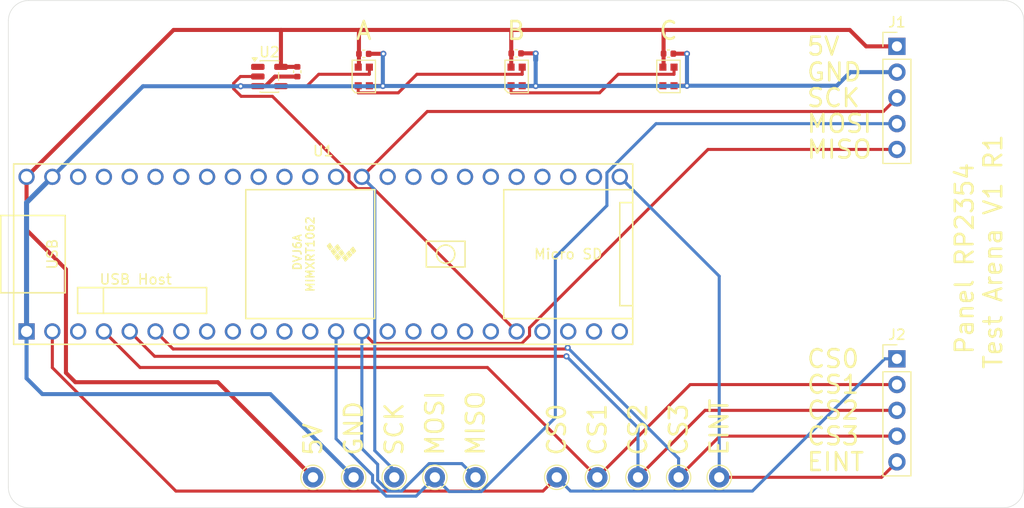
<source format=kicad_pcb>
(kicad_pcb (version 20241229) (generator "pcbnew") (generator_version "9.0")
  (layers (0 "F.Cu" signal) (2 "B.Cu" signal) (13 "F.Paste" user) (15 "B.Paste" user) (5 "F.SilkS" user "F.Silkscreen") (7 "B.SilkS" user "B.Silkscreen") (1 "F.Mask" user) (3 "B.Mask" user) (25 "Edge.Cuts" user))
  (property "BoardName" "RP2354 Test Arena")
  (property "Designer" "Reiser Lab")
  (property "Revision" "1")
  (property "Version" "1")
  (net 0 "")
  (net 1 "+5V")
  (net 2 "GND")
  (net 3 "Net-(D1-DOUT)")
  (net 4 "/DLED")
  (net 5 "Net-(D2-DOUT)")
  (net 7 "/MOSI")
  (net 8 "/MISO")
  (net 9 "/SCK")
  (net 10 "/CS0")
  (net 11 "/CS1")
  (net 12 "/CS3")
  (net 13 "/CS2")
  (net 14 "/EINT")
  (net 51 "Net-(D1-DIN)")
  (footprint "TestPoint:TestPoint_THTPad_D2.0mm_Drill1.0mm" (layer "F.Cu") (at 104 97 90)
    (property "Reference" "TP6" (hide yes))
    (property "Value" "TestPoint" (hide yes))
    (fp_circle (center 0 0) (end 0 1.2) (stroke (width 0.12)) (fill no) (layer "F.SilkS"))
    (pad "1" thru_hole circle (at 0 0 90) (size 2 2) (drill 1) (layers "*.Cu" "*.Mask") (net 10 "/CS0"))
  )
  (footprint "Capacitor_SMD:C_0402_1005Metric" (layer "F.Cu") (at 115 55.24)
    (property "Reference" "C3" (hide yes))
    (property "Value" "100nF" (hide yes))
    (fp_line (start -0.107836 -0.36) (end 0.107836 -0.36) (stroke (width 0.12)) (layer "F.SilkS"))
    (fp_line (start -0.107836 0.36) (end 0.107836 0.36) (stroke (width 0.12)) (layer "F.SilkS"))
    (pad "1" smd roundrect (at -0.48 0) (size 0.56 0.62) (layers "F.Cu" "F.Mask" "F.Paste") (net 1 "+5V"))
    (pad "2" smd roundrect (at 0.48 0) (size 0.56 0.62) (layers "F.Cu" "F.Mask" "F.Paste") (net 2 "GND"))
  )
  (footprint "TestPoint:TestPoint_THTPad_D2.0mm_Drill1.0mm" (layer "F.Cu") (at 116 97 90)
    (property "Reference" "TP9" (hide yes))
    (property "Value" "TestPoint" (hide yes))
    (fp_circle (center 0 0) (end 0 1.2) (stroke (width 0.12)) (fill no) (layer "F.SilkS"))
    (pad "1" thru_hole circle (at 0 0 90) (size 2 2) (drill 1) (layers "*.Cu" "*.Mask") (net 12 "/CS3"))
  )
  (footprint "TestPoint:TestPoint_THTPad_D2.0mm_Drill1.0mm" (layer "F.Cu") (at 84 97 90)
    (property "Reference" "TP2" (hide yes))
    (property "Value" "TestPoint" (hide yes))
    (fp_circle (center 0 0) (end 0 1.2) (stroke (width 0.12)) (fill no) (layer "F.SilkS"))
    (pad "1" thru_hole circle (at 0 0 90) (size 2 2) (drill 1) (layers "*.Cu" "*.Mask") (net 2 "GND"))
  )
  (footprint "Package_TO_SOT_SMD:SOT-23-5" (layer "F.Cu") (at 75.7025 57.49)
    (property "Reference" "U2" (at 0 -2.4 0) (layer "F.SilkS"))
    (property "Value" "SN74LV1T34DBV" (hide yes))
    (fp_line (start -0.91 -1.56) (end 0.91 -1.56) (stroke (width 0.12)) (layer "F.SilkS"))
    (fp_line (start -0.91 -1.51) (end -0.91 -1.56) (stroke (width 0.12)) (layer "F.SilkS"))
    (fp_line (start -0.91 1.56) (end -0.91 1.51) (stroke (width 0.12)) (layer "F.SilkS"))
    (fp_line (start 0.91 -1.56) (end 0.91 -1.51) (stroke (width 0.12)) (layer "F.SilkS"))
    (fp_line (start 0.91 -0.39) (end 0.91 0.39) (stroke (width 0.12)) (layer "F.SilkS"))
    (fp_line (start 0.91 1.51) (end 0.91 1.56) (stroke (width 0.12)) (layer "F.SilkS"))
    (fp_line (start 0.91 1.56) (end -0.91 1.56) (stroke (width 0.12)) (layer "F.SilkS"))
    (fp_poly (pts (xy -1.45 -1.51) (xy -1.69 -1.84) (xy -1.21 -1.84)) (stroke (width 0.12)) (fill yes) (layer "F.SilkS"))
    (pad "1" smd roundrect (at -1.1375 -0.95) (size 1.325 0.6) (layers "F.Cu" "F.Mask" "F.Paste"))
    (pad "2" smd roundrect (at -1.1375 0) (size 1.325 0.6) (layers "F.Cu" "F.Mask" "F.Paste") (net 4 "/DLED"))
    (pad "3" smd roundrect (at -1.1375 0.95) (size 1.325 0.6) (layers "F.Cu" "F.Mask" "F.Paste") (net 2 "GND"))
    (pad "4" smd roundrect (at 1.1375 0.95) (size 1.325 0.6) (layers "F.Cu" "F.Mask" "F.Paste") (net 51 "Net-(D1-DIN)"))
    (pad "5" smd roundrect (at 1.1375 -0.95) (size 1.325 0.6) (layers "F.Cu" "F.Mask" "F.Paste") (net 1 "+5V"))
  )
  (footprint "TestPoint:TestPoint_THTPad_D2.0mm_Drill1.0mm" (layer "F.Cu") (at 80 97 90)
    (property "Reference" "TP1" (hide yes))
    (property "Value" "TestPoint" (hide yes))
    (fp_circle (center 0 0) (end 0 1.2) (stroke (width 0.12)) (fill no) (layer "F.SilkS"))
    (pad "1" thru_hole circle (at 0 0 90) (size 2 2) (drill 1) (layers "*.Cu" "*.Mask") (net 1 "+5V"))
  )
  (footprint "TestPoint:TestPoint_THTPad_D2.0mm_Drill1.0mm" (layer "F.Cu") (at 120 97 90)
    (property "Reference" "TP10" (hide yes))
    (property "Value" "TestPoint" (hide yes))
    (fp_circle (center 0 0) (end 0 1.2) (stroke (width 0.12)) (fill no) (layer "F.SilkS"))
    (pad "1" thru_hole circle (at 0 0 90) (size 2 2) (drill 1) (layers "*.Cu" "*.Mask") (net 14 "/EINT"))
  )
  (footprint "Connector_PinHeader_2.54mm:PinHeader_1x05_P2.54mm_Vertical" (layer "F.Cu") (at 137.5 54.52)
    (property "Reference" "J1" (at 0 -2.38 0) (layer "F.SilkS"))
    (property "Value" "Conn_01x05_Socket" (hide yes))
    (fp_line (start -1.38 -1.38) (end 0 -1.38) (stroke (width 0.12)) (layer "F.SilkS"))
    (fp_line (start -1.38 0) (end -1.38 -1.38) (stroke (width 0.12)) (layer "F.SilkS"))
    (fp_line (start -1.38 1.27) (end -1.38 11.54) (stroke (width 0.12)) (layer "F.SilkS"))
    (fp_line (start -1.38 1.27) (end 1.38 1.27) (stroke (width 0.12)) (layer "F.SilkS"))
    (fp_line (start -1.38 11.54) (end 1.38 11.54) (stroke (width 0.12)) (layer "F.SilkS"))
    (fp_line (start 1.38 1.27) (end 1.38 11.54) (stroke (width 0.12)) (layer "F.SilkS"))
    (pad "1" thru_hole rect (at 0 0) (size 1.7 1.7) (drill 1) (layers "*.Cu" "*.Mask") (net 1 "+5V"))
    (pad "2" thru_hole circle (at 0 2.54) (size 1.7 1.7) (drill 1) (layers "*.Cu" "*.Mask") (net 2 "GND"))
    (pad "3" thru_hole circle (at 0 5.08) (size 1.7 1.7) (drill 1) (layers "*.Cu" "*.Mask") (net 9 "/SCK"))
    (pad "4" thru_hole circle (at 0 7.62) (size 1.7 1.7) (drill 1) (layers "*.Cu" "*.Mask") (net 7 "/MOSI"))
    (pad "5" thru_hole circle (at 0 10.16) (size 1.7 1.7) (drill 1) (layers "*.Cu" "*.Mask") (net 8 "/MISO"))
  )
  (footprint "Capacitor_SMD:C_0402_1005Metric" (layer "F.Cu") (at 78.45 57.02 -90)
    (property "Reference" "C4" (hide yes))
    (property "Value" "100nF" (hide yes))
    (fp_line (start -0.107836 0.36) (end 0.107836 0.36) (stroke (width 0.12)) (layer "F.SilkS"))
    (fp_line (start -0.107836 -0.36) (end 0.107836 -0.36) (stroke (width 0.12)) (layer "F.SilkS"))
    (pad "1" smd roundrect (at -0.48 0 270) (size 0.56 0.62) (layers "F.Cu" "F.Mask" "F.Paste") (net 1 "+5V"))
    (pad "2" smd roundrect (at 0.48 0 270) (size 0.56 0.62) (layers "F.Cu" "F.Mask" "F.Paste") (net 2 "GND"))
  )
  (footprint "TestPoint:TestPoint_THTPad_D2.0mm_Drill1.0mm" (layer "F.Cu") (at 92 97 90)
    (property "Reference" "TP4" (hide yes))
    (property "Value" "TestPoint" (hide yes))
    (fp_circle (center 0 0) (end 0 1.2) (stroke (width 0.12)) (fill no) (layer "F.SilkS"))
    (pad "1" thru_hole circle (at 0 0 90) (size 2 2) (drill 1) (layers "*.Cu" "*.Mask") (net 7 "/MOSI"))
  )
  (footprint "MountingHole:MountingHole_3.2mm_M3" (layer "F.Cu") (at 54 96)
    (property "Reference" "H2" (hide yes))
    (property "Value" "MountingHole" (hide yes))
    (pad "" np_thru_hole circle (at 0 0) (size 3.2 3.2) (drill 3.2) (layers "*.Cu" "*.Mask"))
  )
  (footprint "TestPoint:TestPoint_THTPad_D2.0mm_Drill1.0mm" (layer "F.Cu") (at 108 97 90)
    (property "Reference" "TP7" (hide yes))
    (property "Value" "TestPoint" (hide yes))
    (fp_circle (center 0 0) (end 0 1.2) (stroke (width 0.12)) (fill no) (layer "F.SilkS"))
    (pad "1" thru_hole circle (at 0 0 90) (size 2 2) (drill 1) (layers "*.Cu" "*.Mask") (net 11 "/CS1"))
  )
  (footprint "LED_SMD:LED_WS2812B-2020_PLCC4_2.0x2.0mm" (layer "F.Cu") (at 100.05 57.485 90)
    (property "Reference" "D2" (hide yes))
    (property "Value" "WS2812B-2020" (hide yes))
    (fp_line (start 1.6 -1.15) (end 1.6 1.15) (stroke (width 0.12)) (layer "F.SilkS"))
    (fp_line (start -1.3 -1.15) (end 1.6 -1.15) (stroke (width 0.12)) (layer "F.SilkS"))
    (fp_line (start -1.3 -1.15) (end -1.6 -0.85) (stroke (width 0.12)) (layer "F.SilkS"))
    (fp_line (start -1.6 1.15) (end -1.6 -0.85) (stroke (width 0.12)) (layer "F.SilkS"))
    (fp_line (start -1.6 1.15) (end 1.6 1.15) (stroke (width 0.12)) (layer "F.SilkS"))
    (pad "1" smd rect (at -0.915 -0.55 90) (size 0.7 0.7) (layers "F.Cu" "F.Mask" "F.Paste") (net 5 "Net-(D2-DOUT)"))
    (pad "2" smd rect (at -0.915 0.55 90) (size 0.7 0.7) (layers "F.Cu" "F.Mask" "F.Paste") (net 2 "GND"))
    (pad "3" smd rect (at 0.915 0.55 90) (size 0.7 0.7) (layers "F.Cu" "F.Mask" "F.Paste") (net 3 "Net-(D1-DOUT)"))
    (pad "4" smd rect (at 0.915 -0.55 90) (size 0.7 0.7) (layers "F.Cu" "F.Mask" "F.Paste") (net 1 "+5V"))
  )
  (footprint "Capacitor_SMD:C_0402_1005Metric" (layer "F.Cu") (at 100 55.21)
    (property "Reference" "C2" (hide yes))
    (property "Value" "100nF" (hide yes))
    (fp_line (start -0.107836 -0.36) (end 0.107836 -0.36) (stroke (width 0.12)) (layer "F.SilkS"))
    (fp_line (start -0.107836 0.36) (end 0.107836 0.36) (stroke (width 0.12)) (layer "F.SilkS"))
    (pad "1" smd roundrect (at -0.48 0) (size 0.56 0.62) (layers "F.Cu" "F.Mask" "F.Paste") (net 1 "+5V"))
    (pad "2" smd roundrect (at 0.48 0) (size 0.56 0.62) (layers "F.Cu" "F.Mask" "F.Paste") (net 2 "GND"))
  )
  (footprint "TestPoint:TestPoint_THTPad_D2.0mm_Drill1.0mm" (layer "F.Cu") (at 112 97 90)
    (property "Reference" "TP8" (hide yes))
    (property "Value" "TestPoint" (hide yes))
    (fp_circle (center 0 0) (end 0 1.2) (stroke (width 0.12)) (fill no) (layer "F.SilkS"))
    (pad "1" thru_hole circle (at 0 0 90) (size 2 2) (drill 1) (layers "*.Cu" "*.Mask") (net 13 "/CS2"))
  )
  (footprint "teensy:Teensy41_outer_only" (layer "F.Cu") (at 81 75)
    (property "Reference" "U1" (at 0 -10.16 0) (layer "F.SilkS"))
    (property "Value" "Teensy4.1")
    (fp_line (start -31.75 -3.81) (end -30.48 -3.81) (stroke (width 0.15)) (layer "F.SilkS"))
    (fp_line (start -31.75 3.81) (end -31.75 -3.81) (stroke (width 0.15)) (layer "F.SilkS"))
    (fp_line (start -30.48 -8.89) (end 30.48 -8.89) (stroke (width 0.15)) (layer "F.SilkS"))
    (fp_line (start -30.48 3.81) (end -31.75 3.81) (stroke (width 0.15)) (layer "F.SilkS"))
    (fp_line (start -30.48 8.89) (end -30.48 -8.89) (stroke (width 0.15)) (layer "F.SilkS"))
    (fp_line (start -25.4 -3.81) (end -30.48 -3.81) (stroke (width 0.15)) (layer "F.SilkS"))
    (fp_line (start -25.4 3.81) (end -30.48 3.81) (stroke (width 0.15)) (layer "F.SilkS"))
    (fp_line (start -25.4 3.81) (end -25.4 -3.81) (stroke (width 0.15)) (layer "F.SilkS"))
    (fp_line (start -24.1808 3.2992) (end -21.6408 3.2992) (stroke (width 0.15)) (layer "F.SilkS"))
    (fp_line (start -24.1808 3.2992) (end -11.4808 3.2992) (stroke (width 0.15)) (layer "F.SilkS"))
    (fp_line (start -24.1808 5.8392) (end -24.1808 3.2992) (stroke (width 0.15)) (layer "F.SilkS"))
    (fp_line (start -21.6408 3.2992) (end -21.6408 5.8392) (stroke (width 0.15)) (layer "F.SilkS"))
    (fp_line (start -11.4808 3.2992) (end -11.4808 5.8392) (stroke (width 0.15)) (layer "F.SilkS"))
    (fp_line (start -11.4808 5.8392) (end -24.1808 5.8392) (stroke (width 0.15)) (layer "F.SilkS"))
    (fp_line (start -7.62 -6.35) (end -7.62 6.35) (stroke (width 0.15)) (layer "F.SilkS"))
    (fp_line (start -7.62 6.35) (end 5.08 6.35) (stroke (width 0.15)) (layer "F.SilkS"))
    (fp_line (start 5.08 -6.35) (end -7.62 -6.35) (stroke (width 0.15)) (layer "F.SilkS"))
    (fp_line (start 5.08 6.35) (end 5.08 -6.35) (stroke (width 0.15)) (layer "F.SilkS"))
    (fp_line (start 10.16 -1.27) (end 13.97 -1.27) (stroke (width 0.15)) (layer "F.SilkS"))
    (fp_line (start 10.16 1.27) (end 10.16 -1.27) (stroke (width 0.15)) (layer "F.SilkS"))
    (fp_line (start 13.97 -1.27) (end 13.97 1.27) (stroke (width 0.15)) (layer "F.SilkS"))
    (fp_line (start 13.97 1.27) (end 10.16 1.27) (stroke (width 0.15)) (layer "F.SilkS"))
    (fp_line (start 17.78 -6.35) (end 17.78 6.35) (stroke (width 0.15)) (layer "F.SilkS"))
    (fp_line (start 17.78 6.35) (end 30.48 6.35) (stroke (width 0.15)) (layer "F.SilkS"))
    (fp_line (start 29.21 -5.08) (end 29.21 5.08) (stroke (width 0.15)) (layer "F.SilkS"))
    (fp_line (start 29.21 5.08) (end 30.48 5.08) (stroke (width 0.15)) (layer "F.SilkS"))
    (fp_line (start 30.48 -8.89) (end 30.48 8.89) (stroke (width 0.15)) (layer "F.SilkS"))
    (fp_line (start 30.48 -6.35) (end 17.78 -6.35) (stroke (width 0.15)) (layer "F.SilkS"))
    (fp_line (start 30.48 -5.08) (end 29.21 -5.08) (stroke (width 0.15)) (layer "F.SilkS"))
    (fp_line (start 30.48 8.89) (end -30.48 8.89) (stroke (width 0.15)) (layer "F.SilkS"))
    (fp_circle (center 12.065 0) (end 12.7 -0.635) (stroke (width 0.15)) (fill no) (layer "F.SilkS"))
    (fp_poly (pts (xy 0.911 -0.688) (xy 0.657 -0.434) (xy 0.403 -0.815) (xy 0.657 -1.069)) (stroke (width 0.1)) (fill yes) (layer "F.SilkS"))
    (fp_poly (pts (xy 1.292 -0.18) (xy 1.038 0.074) (xy 0.784 -0.307) (xy 1.038 -0.561)) (stroke (width 0.1)) (fill yes) (layer "F.SilkS"))
    (fp_poly (pts (xy 1.673 -0.561) (xy 1.419 -0.307) (xy 1.165 -0.688) (xy 1.419 -0.942)) (stroke (width 0.1)) (fill yes) (layer "F.SilkS"))
    (fp_poly (pts (xy 1.673 0.328) (xy 1.419 0.582) (xy 1.165 0.201) (xy 1.419 -0.053)) (stroke (width 0.1)) (fill yes) (layer "F.SilkS"))
    (fp_poly (pts (xy 2.054 -0.053) (xy 1.8 0.201) (xy 1.546 -0.18) (xy 1.8 -0.434)) (stroke (width 0.1)) (fill yes) (layer "F.SilkS"))
    (fp_poly (pts (xy 2.435 0.455) (xy 2.181 0.709) (xy 1.927 0.328) (xy 2.181 0.074)) (stroke (width 0.1)) (fill yes) (layer "F.SilkS"))
    (fp_poly (pts (xy 2.816 0.074) (xy 2.562 0.328) (xy 2.308 -0.053) (xy 2.562 -0.307)) (stroke (width 0.1)) (fill yes) (layer "F.SilkS"))
    (fp_poly (pts (xy 3.197 -0.307) (xy 2.943 -0.053) (xy 2.689 -0.434) (xy 2.943 -0.688)) (stroke (width 0.1)) (fill yes) (layer "F.SilkS"))
    (fp_text user "Micro SD" (at 24.13 0 0) (layer "F.SilkS"))
    (fp_text user "USB Host" (at -18.4658 2.4892 0) (layer "F.SilkS"))
    (fp_text user "MIMXRT1062" (at -1.27 0 270) (layer "F.SilkS") (effects (font (size 0.8 0.8))))
    (fp_text user "DVJ6A" (at -2.54 -0.18 270) (layer "F.SilkS") (effects (font (size 0.8 0.8))))
    (fp_text user "USB" (at -26.67 0 270) (layer "F.SilkS"))
    (pad "1" thru_hole rect (at -29.21 7.62) (size 1.6 1.6) (drill 1.1) (layers "*.Cu" "*.Mask") (net 2 "GND"))
    (pad "2" thru_hole circle (at -26.67 7.62) (size 1.6 1.6) (drill 1.1) (layers "*.Cu" "*.Mask") (net 10 "/CS0"))
    (pad "3" thru_hole circle (at -24.13 7.62) (size 1.6 1.6) (drill 1.1) (layers "*.Cu" "*.Mask"))
    (pad "4" thru_hole circle (at -21.59 7.62) (size 1.6 1.6) (drill 1.1) (layers "*.Cu" "*.Mask") (net 11 "/CS1"))
    (pad "5" thru_hole circle (at -19.05 7.62) (size 1.6 1.6) (drill 1.1) (layers "*.Cu" "*.Mask") (net 13 "/CS2"))
    (pad "6" thru_hole circle (at -16.51 7.62) (size 1.6 1.6) (drill 1.1) (layers "*.Cu" "*.Mask") (net 12 "/CS3"))
    (pad "7" thru_hole circle (at -13.97 7.62) (size 1.6 1.6) (drill 1.1) (layers "*.Cu" "*.Mask"))
    (pad "8" thru_hole circle (at -11.43 7.62) (size 1.6 1.6) (drill 1.1) (layers "*.Cu" "*.Mask"))
    (pad "9" thru_hole circle (at -8.89 7.62) (size 1.6 1.6) (drill 1.1) (layers "*.Cu" "*.Mask"))
    (pad "10" thru_hole circle (at -6.35 7.62) (size 1.6 1.6) (drill 1.1) (layers "*.Cu" "*.Mask"))
    (pad "11" thru_hole circle (at -3.81 7.62) (size 1.6 1.6) (drill 1.1) (layers "*.Cu" "*.Mask"))
    (pad "12" thru_hole circle (at -1.27 7.62) (size 1.6 1.6) (drill 1.1) (layers "*.Cu" "*.Mask"))
    (pad "13" thru_hole circle (at 1.27 7.62) (size 1.6 1.6) (drill 1.1) (layers "*.Cu" "*.Mask") (net 7 "/MOSI"))
    (pad "14" thru_hole circle (at 3.81 7.62) (size 1.6 1.6) (drill 1.1) (layers "*.Cu" "*.Mask") (net 8 "/MISO"))
    (pad "15" thru_hole circle (at 6.35 7.62) (size 1.6 1.6) (drill 1.1) (layers "*.Cu" "*.Mask"))
    (pad "16" thru_hole circle (at 8.89 7.62) (size 1.6 1.6) (drill 1.1) (layers "*.Cu" "*.Mask"))
    (pad "17" thru_hole circle (at 11.43 7.62) (size 1.6 1.6) (drill 1.1) (layers "*.Cu" "*.Mask"))
    (pad "18" thru_hole circle (at 13.97 7.62) (size 1.6 1.6) (drill 1.1) (layers "*.Cu" "*.Mask"))
    (pad "19" thru_hole circle (at 16.51 7.62) (size 1.6 1.6) (drill 1.1) (layers "*.Cu" "*.Mask"))
    (pad "20" thru_hole circle (at 19.05 7.62) (size 1.6 1.6) (drill 1.1) (layers "*.Cu" "*.Mask") (net 4 "/DLED"))
    (pad "21" thru_hole circle (at 21.59 7.62) (size 1.6 1.6) (drill 1.1) (layers "*.Cu" "*.Mask"))
    (pad "22" thru_hole circle (at 24.13 7.62) (size 1.6 1.6) (drill 1.1) (layers "*.Cu" "*.Mask"))
    (pad "23" thru_hole circle (at 26.67 7.62) (size 1.6 1.6) (drill 1.1) (layers "*.Cu" "*.Mask"))
    (pad "24" thru_hole circle (at 29.21 7.62) (size 1.6 1.6) (drill 1.1) (layers "*.Cu" "*.Mask"))
    (pad "25" thru_hole circle (at 29.21 -7.62) (size 1.6 1.6) (drill 1.1) (layers "*.Cu" "*.Mask") (net 14 "/EINT"))
    (pad "26" thru_hole circle (at 26.67 -7.62) (size 1.6 1.6) (drill 1.1) (layers "*.Cu" "*.Mask"))
    (pad "27" thru_hole circle (at 24.13 -7.62) (size 1.6 1.6) (drill 1.1) (layers "*.Cu" "*.Mask"))
    (pad "28" thru_hole circle (at 21.59 -7.62) (size 1.6 1.6) (drill 1.1) (layers "*.Cu" "*.Mask"))
    (pad "29" thru_hole circle (at 19.05 -7.62) (size 1.6 1.6) (drill 1.1) (layers "*.Cu" "*.Mask"))
    (pad "30" thru_hole circle (at 16.51 -7.62) (size 1.6 1.6) (drill 1.1) (layers "*.Cu" "*.Mask"))
    (pad "31" thru_hole circle (at 13.97 -7.62) (size 1.6 1.6) (drill 1.1) (layers "*.Cu" "*.Mask"))
    (pad "32" thru_hole circle (at 11.43 -7.62) (size 1.6 1.6) (drill 1.1) (layers "*.Cu" "*.Mask"))
    (pad "33" thru_hole circle (at 8.89 -7.62) (size 1.6 1.6) (drill 1.1) (layers "*.Cu" "*.Mask"))
    (pad "34" thru_hole circle (at 6.35 -7.62) (size 1.6 1.6) (drill 1.1) (layers "*.Cu" "*.Mask"))
    (pad "35" thru_hole circle (at 3.81 -7.62) (size 1.6 1.6) (drill 1.1) (layers "*.Cu" "*.Mask") (net 9 "/SCK"))
    (pad "36" thru_hole circle (at 1.27 -7.62) (size 1.6 1.6) (drill 1.1) (layers "*.Cu" "*.Mask"))
    (pad "37" thru_hole circle (at -1.27 -7.62) (size 1.6 1.6) (drill 1.1) (layers "*.Cu" "*.Mask"))
    (pad "38" thru_hole circle (at -3.81 -7.62) (size 1.6 1.6) (drill 1.1) (layers "*.Cu" "*.Mask"))
    (pad "39" thru_hole circle (at -6.35 -7.62) (size 1.6 1.6) (drill 1.1) (layers "*.Cu" "*.Mask"))
    (pad "40" thru_hole circle (at -8.89 -7.62) (size 1.6 1.6) (drill 1.1) (layers "*.Cu" "*.Mask"))
    (pad "41" thru_hole circle (at -11.43 -7.62) (size 1.6 1.6) (drill 1.1) (layers "*.Cu" "*.Mask"))
    (pad "42" thru_hole circle (at -13.97 -7.62) (size 1.6 1.6) (drill 1.1) (layers "*.Cu" "*.Mask"))
    (pad "43" thru_hole circle (at -16.51 -7.62) (size 1.6 1.6) (drill 1.1) (layers "*.Cu" "*.Mask"))
    (pad "44" thru_hole circle (at -19.05 -7.62) (size 1.6 1.6) (drill 1.1) (layers "*.Cu" "*.Mask"))
    (pad "45" thru_hole circle (at -21.59 -7.62) (size 1.6 1.6) (drill 1.1) (layers "*.Cu" "*.Mask"))
    (pad "46" thru_hole circle (at -24.13 -7.62) (size 1.6 1.6) (drill 1.1) (layers "*.Cu" "*.Mask"))
    (pad "47" thru_hole circle (at -26.67 -7.62) (size 1.6 1.6) (drill 1.1) (layers "*.Cu" "*.Mask") (net 2 "GND"))
    (pad "48" thru_hole circle (at -29.21 -7.62) (size 1.6 1.6) (drill 1.1) (layers "*.Cu" "*.Mask") (net 1 "+5V"))
  )
  (footprint "LED_SMD:LED_WS2812B-2020_PLCC4_2.0x2.0mm" (layer "F.Cu") (at 85 57.485 90)
    (property "Reference" "D1" (hide yes))
    (property "Value" "WS2812B-2020" (hide yes))
    (fp_line (start 1.6 -1.15) (end 1.6 1.15) (stroke (width 0.12)) (layer "F.SilkS"))
    (fp_line (start -1.3 -1.15) (end 1.6 -1.15) (stroke (width 0.12)) (layer "F.SilkS"))
    (fp_line (start -1.3 -1.15) (end -1.6 -0.85) (stroke (width 0.12)) (layer "F.SilkS"))
    (fp_line (start -1.6 1.15) (end -1.6 -0.85) (stroke (width 0.12)) (layer "F.SilkS"))
    (fp_line (start -1.6 1.15) (end 1.6 1.15) (stroke (width 0.12)) (layer "F.SilkS"))
    (pad "1" smd rect (at -0.915 -0.55 90) (size 0.7 0.7) (layers "F.Cu" "F.Mask" "F.Paste") (net 3 "Net-(D1-DOUT)"))
    (pad "2" smd rect (at -0.915 0.55 90) (size 0.7 0.7) (layers "F.Cu" "F.Mask" "F.Paste") (net 2 "GND"))
    (pad "3" smd rect (at 0.915 0.55 90) (size 0.7 0.7) (layers "F.Cu" "F.Mask" "F.Paste") (net 51 "Net-(D1-DIN)"))
    (pad "4" smd rect (at 0.915 -0.55 90) (size 0.7 0.7) (layers "F.Cu" "F.Mask" "F.Paste") (net 1 "+5V"))
  )
  (footprint "MountingHole:MountingHole_3.2mm_M3" (layer "F.Cu") (at 146 96)
    (property "Reference" "H3" (hide yes))
    (property "Value" "MountingHole" (hide yes))
    (pad "" np_thru_hole circle (at 0 0) (size 3.2 3.2) (drill 3.2) (layers "*.Cu" "*.Mask"))
  )
  (footprint "MountingHole:MountingHole_3.2mm_M3" (layer "F.Cu") (at 146 54)
    (property "Reference" "H4" (hide yes))
    (property "Value" "MountingHole" (hide yes))
    (pad "" np_thru_hole circle (at 0 0) (size 3.2 3.2) (drill 3.2) (layers "*.Cu" "*.Mask"))
  )
  (footprint "LED_SMD:LED_WS2812B-2020_PLCC4_2.0x2.0mm" (layer "F.Cu") (at 115 57.485 90)
    (property "Reference" "D3" (hide yes))
    (property "Value" "WS2812B-2020" (hide yes))
    (fp_line (start 1.6 -1.15) (end 1.6 1.15) (stroke (width 0.12)) (layer "F.SilkS"))
    (fp_line (start -1.3 -1.15) (end 1.6 -1.15) (stroke (width 0.12)) (layer "F.SilkS"))
    (fp_line (start -1.3 -1.15) (end -1.6 -0.85) (stroke (width 0.12)) (layer "F.SilkS"))
    (fp_line (start -1.6 1.15) (end -1.6 -0.85) (stroke (width 0.12)) (layer "F.SilkS"))
    (fp_line (start -1.6 1.15) (end 1.6 1.15) (stroke (width 0.12)) (layer "F.SilkS"))
    (pad "1" smd rect (at -0.915 -0.55 90) (size 0.7 0.7) (layers "F.Cu" "F.Mask" "F.Paste"))
    (pad "2" smd rect (at -0.915 0.55 90) (size 0.7 0.7) (layers "F.Cu" "F.Mask" "F.Paste") (net 2 "GND"))
    (pad "3" smd rect (at 0.915 0.55 90) (size 0.7 0.7) (layers "F.Cu" "F.Mask" "F.Paste") (net 5 "Net-(D2-DOUT)"))
    (pad "4" smd rect (at 0.915 -0.55 90) (size 0.7 0.7) (layers "F.Cu" "F.Mask" "F.Paste") (net 1 "+5V"))
  )
  (footprint "MountingHole:MountingHole_3.2mm_M3" (layer "F.Cu") (at 54 54)
    (property "Reference" "H1" (hide yes))
    (property "Value" "MountingHole" (hide yes))
    (pad "" np_thru_hole circle (at 0 0) (size 3.2 3.2) (drill 3.2) (layers "*.Cu" "*.Mask"))
  )
  (footprint "Capacitor_SMD:C_0402_1005Metric" (layer "F.Cu") (at 85 55.26)
    (property "Reference" "C1" (hide yes))
    (property "Value" "100nF" (hide yes))
    (fp_line (start -0.107836 -0.36) (end 0.107836 -0.36) (stroke (width 0.12)) (layer "F.SilkS"))
    (fp_line (start -0.107836 0.36) (end 0.107836 0.36) (stroke (width 0.12)) (layer "F.SilkS"))
    (pad "1" smd roundrect (at -0.48 0) (size 0.56 0.62) (layers "F.Cu" "F.Mask" "F.Paste") (net 1 "+5V"))
    (pad "2" smd roundrect (at 0.48 0) (size 0.56 0.62) (layers "F.Cu" "F.Mask" "F.Paste") (net 2 "GND"))
  )
  (footprint "TestPoint:TestPoint_THTPad_D2.0mm_Drill1.0mm" (layer "F.Cu") (at 96 97 90)
    (property "Reference" "TP5" (hide yes))
    (property "Value" "TestPoint" (hide yes))
    (fp_circle (center 0 0) (end 0 1.2) (stroke (width 0.12)) (fill no) (layer "F.SilkS"))
    (pad "1" thru_hole circle (at 0 0 90) (size 2 2) (drill 1) (layers "*.Cu" "*.Mask") (net 8 "/MISO"))
  )
  (footprint "Connector_PinHeader_2.54mm:PinHeader_1x05_P2.54mm_Vertical" (layer "F.Cu") (at 137.5 85.32)
    (property "Reference" "J2" (at 0 -2.38 0) (layer "F.SilkS"))
    (property "Value" "Conn_01x05_Socket" (hide yes))
    (fp_line (start -1.38 -1.38) (end 0 -1.38) (stroke (width 0.12)) (layer "F.SilkS"))
    (fp_line (start -1.38 0) (end -1.38 -1.38) (stroke (width 0.12)) (layer "F.SilkS"))
    (fp_line (start -1.38 1.27) (end -1.38 11.54) (stroke (width 0.12)) (layer "F.SilkS"))
    (fp_line (start -1.38 1.27) (end 1.38 1.27) (stroke (width 0.12)) (layer "F.SilkS"))
    (fp_line (start -1.38 11.54) (end 1.38 11.54) (stroke (width 0.12)) (layer "F.SilkS"))
    (fp_line (start 1.38 1.27) (end 1.38 11.54) (stroke (width 0.12)) (layer "F.SilkS"))
    (pad "1" thru_hole rect (at 0 0) (size 1.7 1.7) (drill 1) (layers "*.Cu" "*.Mask") (net 10 "/CS0"))
    (pad "2" thru_hole circle (at 0 2.54) (size 1.7 1.7) (drill 1) (layers "*.Cu" "*.Mask") (net 11 "/CS1"))
    (pad "3" thru_hole circle (at 0 5.08) (size 1.7 1.7) (drill 1) (layers "*.Cu" "*.Mask") (net 13 "/CS2"))
    (pad "4" thru_hole circle (at 0 7.62) (size 1.7 1.7) (drill 1) (layers "*.Cu" "*.Mask") (net 12 "/CS3"))
    (pad "5" thru_hole circle (at 0 10.16) (size 1.7 1.7) (drill 1) (layers "*.Cu" "*.Mask") (net 14 "/EINT"))
  )
  (footprint "TestPoint:TestPoint_THTPad_D2.0mm_Drill1.0mm" (layer "F.Cu") (at 88 97 90)
    (property "Reference" "TP3" (hide yes))
    (property "Value" "TestPoint" (hide yes))
    (fp_circle (center 0 0) (end 0 1.2) (stroke (width 0.12)) (fill no) (layer "F.SilkS"))
    (pad "1" thru_hole circle (at 0 0 90) (size 2 2) (drill 1) (layers "*.Cu" "*.Mask") (net 9 "/SCK"))
  )
  (gr_line (start 52 50) (end 148 50) (stroke (width 0.05)) (layer "Edge.Cuts"))
  (gr_arc (start 150 98) (mid 149.414214 99.414214) (end 148 100) (stroke (width 0.05)) (layer "Edge.Cuts"))
  (gr_line (start 50 98) (end 50 52) (stroke (width 0.05)) (layer "Edge.Cuts"))
  (gr_arc (start 50 52) (mid 50.585786 50.585786) (end 52 50) (stroke (width 0.05)) (layer "Edge.Cuts"))
  (gr_arc (start 52 100) (mid 50.585786 99.414214) (end 50 98) (stroke (width 0.05)) (layer "Edge.Cuts"))
  (gr_line (start 148 100) (end 52 100) (stroke (width 0.05)) (layer "Edge.Cuts"))
  (gr_line (start 150 52) (end 150 98) (stroke (width 0.05)) (layer "Edge.Cuts"))
  (gr_arc (start 148 50) (mid 149.414214 50.585786) (end 150 52) (stroke (width 0.05)) (layer "Edge.Cuts"))
  (gr_text "GND" (at 128.5 57.06 0) (layer "F.SilkS") (effects (font (size 1.75 1.75) (thickness 0.25)) (justify left)))
  (gr_text "Panel RP2354 \nTest Arena V${Version} R${Revision}" (at 145.56 74.76 90) (layer "F.SilkS") (effects (font (size 1.75 1.75) (thickness 0.25))))
  (gr_text "CS2" (at 112 95 90) (layer "F.SilkS") (effects (font (size 1.75 1.75) (thickness 0.25)) (justify left)))
  (gr_text "5V" (at 128.5 54.52 0) (layer "F.SilkS") (effects (font (size 1.75 1.75) (thickness 0.25)) (justify left)))
  (gr_text "A" (at 85 54 0) (layer "F.SilkS") (effects (font (size 1.75 1.75) (thickness 0.25)) (justify bottom)))
  (gr_text "CS1" (at 108 95 90) (layer "F.SilkS") (effects (font (size 1.75 1.75) (thickness 0.25)) (justify left)))
  (gr_text "EINT" (at 128.5 95.48 0) (layer "F.SilkS") (effects (font (size 1.75 1.75) (thickness 0.25)) (justify left)))
  (gr_text "EINT" (at 120 95 90) (layer "F.SilkS") (effects (font (size 1.75 1.75) (thickness 0.25)) (justify left)))
  (gr_text "CS0" (at 128.5 85.32 0) (layer "F.SilkS") (effects (font (size 1.75 1.75) (thickness 0.25)) (justify left)))
  (gr_text "GND" (at 84 95 90) (layer "F.SilkS") (effects (font (size 1.75 1.75) (thickness 0.25)) (justify left)))
  (gr_text "5V" (at 80 95 90) (layer "F.SilkS") (effects (font (size 1.75 1.75) (thickness 0.25)) (justify left)))
  (gr_text "C" (at 115 54 0) (layer "F.SilkS") (effects (font (size 1.75 1.75) (thickness 0.25)) (justify bottom)))
  (gr_text "CS0" (at 104 95 90) (layer "F.SilkS") (effects (font (size 1.75 1.75) (thickness 0.25)) (justify left)))
  (gr_text "MOSI" (at 128.5 62.14 0) (layer "F.SilkS") (effects (font (size 1.75 1.75) (thickness 0.25)) (justify left)))
  (gr_text "CS3" (at 116 95 90) (layer "F.SilkS") (effects (font (size 1.75 1.75) (thickness 0.25)) (justify left)))
  (gr_text "CS3" (at 128.5 92.94 0) (layer "F.SilkS") (effects (font (size 1.75 1.75) (thickness 0.25)) (justify left)))
  (gr_text "MISO" (at 96 95 90) (layer "F.SilkS") (effects (font (size 1.75 1.75) (thickness 0.25)) (justify left)))
  (gr_text "MISO" (at 128.5 64.68 0) (layer "F.SilkS") (effects (font (size 1.75 1.75) (thickness 0.25)) (justify left)))
  (gr_text "CS1" (at 128.5 87.86 0) (layer "F.SilkS") (effects (font (size 1.75 1.75) (thickness 0.25)) (justify left)))
  (gr_text "SCK" (at 88 95 90) (layer "F.SilkS") (effects (font (size 1.75 1.75) (thickness 0.25)) (justify left)))
  (gr_text "MOSI" (at 92 95 90) (layer "F.SilkS") (effects (font (size 1.75 1.75) (thickness 0.25)) (justify left)))
  (gr_text "CS2" (at 128.5 90.4 0) (layer "F.SilkS") (effects (font (size 1.75 1.75) (thickness 0.25)) (justify left)))
  (gr_text "SCK" (at 128.5 59.6 0) (layer "F.SilkS") (effects (font (size 1.75 1.75) (thickness 0.25)) (justify left)))
  (gr_text "B" (at 100 54 0) (layer "F.SilkS") (effects (font (size 1.75 1.75) (thickness 0.25)) (justify bottom)))
  (segment (start 66.27 52.9) (end 76.85 52.9) (width 0.4) (layer "F.Cu") (net 1))
  (segment (start 55.669 86.694) (end 55.669 76.494) (width 0.4) (layer "F.Cu") (net 1))
  (segment (start 84.52 55.26) (end 84.52 52.905) (width 0.4) (layer "F.Cu") (net 1))
  (segment (start 114.52 56.5) (end 114.45 56.57) (width 0.4) (layer "F.Cu") (net 1))
  (segment (start 84.52 52.905) (end 84.525 52.9) (width 0.4) (layer "F.Cu") (net 1))
  (segment (start 132.85 52.9) (end 134.47 54.52) (width 0.4) (layer "F.Cu") (net 1))
  (segment (start 99.52 56.55) (end 99.5 56.57) (width 0.4) (layer "F.Cu") (net 1))
  (segment (start 99.52 55.21) (end 99.52 52.92) (width 0.4) (layer "F.Cu") (net 1))
  (segment (start 99.5 52.9) (end 114.5 52.9) (width 0.4) (layer "F.Cu") (net 1))
  (segment (start 134.47 54.52) (end 137.5 54.52) (width 0.4) (layer "F.Cu") (net 1))
  (segment (start 84.525 52.9) (end 99.5 52.9) (width 0.4) (layer "F.Cu") (net 1))
  (segment (start 84.52 56.5) (end 84.45 56.57) (width 0.4) (layer "F.Cu") (net 1))
  (segment (start 76.85 52.9) (end 76.84 52.91) (width 0.4) (layer "F.Cu") (net 1))
  (segment (start 55.669 76.494) (end 51.79 72.615) (width 0.4) (layer "F.Cu") (net 1))
  (segment (start 114.52 55.24) (end 114.52 56.5) (width 0.4) (layer "F.Cu") (net 1))
  (segment (start 51.79 72.615) (end 51.79 67.38) (width 0.4) (layer "F.Cu") (net 1))
  (segment (start 56.6 87.625) (end 55.669 86.694) (width 0.4) (layer "F.Cu") (net 1))
  (segment (start 99.52 55.21) (end 99.52 56.55) (width 0.4) (layer "F.Cu") (net 1))
  (segment (start 70.625 87.625) (end 56.6 87.625) (width 0.4) (layer "F.Cu") (net 1))
  (segment (start 99.52 52.92) (end 99.5 52.9) (width 0.4) (layer "F.Cu") (net 1))
  (segment (start 51.79 67.38) (end 66.27 52.9) (width 0.4) (layer "F.Cu") (net 1))
  (segment (start 114.5 52.9) (end 132.85 52.9) (width 0.4) (layer "F.Cu") (net 1))
  (segment (start 84.52 55.26) (end 84.52 56.5) (width 0.4) (layer "F.Cu") (net 1))
  (segment (start 76.85 52.9) (end 84.525 52.9) (width 0.4) (layer "F.Cu") (net 1))
  (segment (start 76.84 52.91) (end 76.84 56.54) (width 0.4) (layer "F.Cu") (net 1))
  (segment (start 80 97) (end 70.625 87.625) (width 0.4) (layer "F.Cu") (net 1))
  (segment (start 76.84 56.54) (end 78.45 56.54) (width 0.4) (layer "F.Cu") (net 1))
  (segment (start 114.52 52.92) (end 114.5 52.9) (width 0.4) (layer "F.Cu") (net 1))
  (segment (start 114.52 55.24) (end 114.52 52.92) (width 0.4) (layer "F.Cu") (net 1))
  (segment (start 101.91 55.21) (end 101.925 55.225) (width 0.4) (layer "F.Cu") (net 2))
  (segment (start 86.925 55.25) (end 85.49 55.25) (width 0.4) (layer "F.Cu") (net 2))
  (segment (start 76.25 57.5) (end 78.45 57.5) (width 0.4) (layer "F.Cu") (net 2))
  (segment (start 74.555 58.45) (end 74.565 58.44) (width 0.4) (layer "F.Cu") (net 2))
  (segment (start 74.565 58.44) (end 75.31 58.44) (width 0.4) (layer "F.Cu") (net 2))
  (segment (start 72.875 58.45) (end 74.555 58.45) (width 0.4) (layer "F.Cu") (net 2))
  (segment (start 86.875 58.425) (end 85.575 58.425) (width 0.4) (layer "F.Cu") (net 2))
  (segment (start 85.49 55.25) (end 85.48 55.26) (width 0.4) (layer "F.Cu") (net 2))
  (segment (start 116.825 58.4) (end 115.55 58.4) (width 0.4) (layer "F.Cu") (net 2))
  (segment (start 75.31 58.44) (end 76.25 57.5) (width 0.4) (layer "F.Cu") (net 2))
  (segment (start 85.575 58.425) (end 85.55 58.4) (width 0.4) (layer "F.Cu") (net 2))
  (segment (start 115.48 55.24) (end 116.815 55.24) (width 0.4) (layer "F.Cu") (net 2))
  (segment (start 116.815 55.24) (end 116.825 55.25) (width 0.4) (layer "F.Cu") (net 2))
  (segment (start 101.925 58.425) (end 100.625 58.425) (width 0.4) (layer "F.Cu") (net 2))
  (segment (start 100.625 58.425) (end 100.6 58.4) (width 0.4) (layer "F.Cu") (net 2))
  (segment (start 100.48 55.21) (end 101.91 55.21) (width 0.4) (layer "F.Cu") (net 2))
  (via (at 86.925 55.25) (size 0.6) (drill 0.3) (layers "F.Cu" "B.Cu") (net 2))
  (via (at 116.825 55.25) (size 0.6) (drill 0.3) (layers "F.Cu" "B.Cu") (net 2))
  (via (at 72.875 58.45) (size 0.6) (drill 0.3) (layers "F.Cu" "B.Cu") (net 2))
  (via (at 116.825 58.4) (size 0.6) (drill 0.3) (layers "F.Cu" "B.Cu") (net 2))
  (via (at 101.925 55.225) (size 0.6) (drill 0.3) (layers "F.Cu" "B.Cu") (net 2))
  (via (at 101.925 58.425) (size 0.6) (drill 0.3) (layers "F.Cu" "B.Cu") (net 2))
  (via (at 86.875 58.425) (size 0.6) (drill 0.3) (layers "F.Cu" "B.Cu") (net 2))
  (segment (start 72.875 58.45) (end 86.85 58.45) (width 0.4) (layer "B.Cu") (net 2))
  (segment (start 86.875 58.425) (end 86.875 55.3) (width 0.4) (layer "B.Cu") (net 2))
  (segment (start 86.875 58.425) (end 101.925 58.425) (width 0.4) (layer "B.Cu") (net 2))
  (segment (start 51.79 69.92) (end 51.79 82.62) (width 0.5) (layer "B.Cu") (net 2))
  (segment (start 116.825 58.4) (end 116.825 55.25) (width 0.4) (layer "B.Cu") (net 2))
  (segment (start 86.875 55.3) (end 86.925 55.25) (width 0.4) (layer "B.Cu") (net 2))
  (segment (start 54.33 67.38) (end 63.26 58.45) (width 0.4) (layer "B.Cu") (net 2))
  (segment (start 51.79 87.24) (end 51.79 82.62) (width 0.4) (layer "B.Cu") (net 2))
  (segment (start 84 97) (end 75.8 88.8) (width 0.4) (layer "B.Cu") (net 2))
  (segment (start 101.925 58.425) (end 101.925 55.875) (width 0.4) (layer "B.Cu") (net 2))
  (segment (start 131.575 58.4) (end 132.915 57.06) (width 0.4) (layer "B.Cu") (net 2))
  (segment (start 116.825 58.4) (end 131.575 58.4) (width 0.4) (layer "B.Cu") (net 2))
  (segment (start 63.26 58.45) (end 72.875 58.45) (width 0.4) (layer "B.Cu") (net 2))
  (segment (start 86.85 58.45) (end 86.875 58.425) (width 0.4) (layer "B.Cu") (net 2))
  (segment (start 75.8 88.8) (end 53.35 88.8) (width 0.4) (layer "B.Cu") (net 2))
  (segment (start 53.35 88.8) (end 51.79 87.24) (width 0.4) (layer "B.Cu") (net 2))
  (segment (start 101.925 55.875) (end 101.925 55.225) (width 0.5) (layer "B.Cu") (net 2))
  (segment (start 132.915 57.06) (end 137.5 57.06) (width 0.4) (layer "B.Cu") (net 2))
  (segment (start 54.33 67.38) (end 51.79 69.92) (width 0.5) (layer "B.Cu") (net 2))
  (segment (start 101.925 58.425) (end 116.8 58.425) (width 0.4) (layer "B.Cu") (net 2))
  (segment (start 116.8 58.425) (end 116.825 58.4) (width 0.4) (layer "B.Cu") (net 2))
  (segment (start 88.3957 59.1017) (end 90.2257 57.2717) (width 0.3) (layer "F.Cu") (net 3))
  (segment (start 100.6 56.57) (end 100.6 57.2717) (width 0.3) (layer "F.Cu") (net 3))
  (segment (start 90.2257 57.2717) (end 100.6 57.2717) (width 0.3) (layer "F.Cu") (net 3))
  (segment (start 84.45 59.1017) (end 88.3957 59.1017) (width 0.3) (layer "F.Cu") (net 3))
  (segment (start 84.45 58.4) (end 84.45 59.1017) (width 0.3) (layer "F.Cu") (net 3))
  (segment (start 84.3486 68.5492) (end 83.54 67.7406) (width 0.3) (layer "F.Cu") (net 4))
  (segment (start 85.9792 68.5492) (end 84.3486 68.5492) (width 0.3) (layer "F.Cu") (net 4))
  (segment (start 100.05 82.62) (end 85.9792 68.5492) (width 0.3) (layer "F.Cu") (net 4))
  (segment (start 75.9986 59.4438) (end 72.9223 59.4438) (width 0.3) (layer "F.Cu") (net 4))
  (segment (start 72.1882 58.1529) (end 72.8511 57.49) (width 0.3) (layer "F.Cu") (net 4))
  (segment (start 72.8511 57.49) (end 74.565 57.49) (width 0.3) (layer "F.Cu") (net 4))
  (segment (start 72.9223 59.4438) (end 72.1882 58.7097) (width 0.3) (layer "F.Cu") (net 4))
  (segment (start 83.54 66.9852) (end 75.9986 59.4438) (width 0.3) (layer "F.Cu") (net 4))
  (segment (start 72.1882 58.7097) (end 72.1882 58.1529) (width 0.3) (layer "F.Cu") (net 4))
  (segment (start 83.54 67.7406) (end 83.54 66.9852) (width 0.3) (layer "F.Cu") (net 4))
  (segment (start 108.2159 59.1017) (end 99.5 59.1017) (width 0.3) (layer "F.Cu") (net 5))
  (segment (start 115.55 57.2717) (end 110.0459 57.2717) (width 0.3) (layer "F.Cu") (net 5))
  (segment (start 115.55 56.57) (end 115.55 57.2717) (width 0.3) (layer "F.Cu") (net 5))
  (segment (start 99.5 58.4) (end 99.5 59.1017) (width 0.3) (layer "F.Cu") (net 5))
  (segment (start 110.0459 57.2717) (end 108.2159 59.1017) (width 0.3) (layer "F.Cu") (net 5))
  (segment (start 92 97) (end 93.4037 98.4037) (width 0.3) (layer "B.Cu") (net 7))
  (segment (start 113.7771 62.14) (end 137.5 62.14) (width 0.3) (layer "B.Cu") (net 7))
  (segment (start 82.27 93.2002) (end 85.8633 96.7935) (width 0.3) (layer "B.Cu") (net 7))
  (segment (start 85.8633 97.5029) (end 87.2152 98.8548) (width 0.3) (layer "B.Cu") (net 7))
  (segment (start 108.94 66.9771) (end 113.7771 62.14) (width 0.3) (layer "B.Cu") (net 7))
  (segment (start 90.1452 98.8548) (end 92 97) (width 0.3) (layer "B.Cu") (net 7))
  (segment (start 82.27 82.62) (end 82.27 93.2002) (width 0.3) (layer "B.Cu") (net 7))
  (segment (start 103.86 75.2955) (end 108.94 70.2155) (width 0.3) (layer "B.Cu") (net 7))
  (segment (start 96.5695 98.4037) (end 103.86 91.1132) (width 0.3) (layer "B.Cu") (net 7))
  (segment (start 87.2152 98.8548) (end 90.1452 98.8548) (width 0.3) (layer "B.Cu") (net 7))
  (segment (start 85.8633 96.7935) (end 85.8633 97.5029) (width 0.3) (layer "B.Cu") (net 7))
  (segment (start 93.4037 98.4037) (end 96.5695 98.4037) (width 0.3) (layer "B.Cu") (net 7))
  (segment (start 108.94 70.2155) (end 108.94 66.9771) (width 0.3) (layer "B.Cu") (net 7))
  (segment (start 103.86 91.1132) (end 103.86 75.2955) (width 0.3) (layer "B.Cu") (net 7))
  (segment (start 84.81 82.62) (end 85.9989 83.8089) (width 0.3) (layer "F.Cu") (net 8))
  (segment (start 101.32 83.0338) (end 101.32 82.2518) (width 0.3) (layer "F.Cu") (net 8))
  (segment (start 100.5449 83.8089) (end 101.32 83.0338) (width 0.3) (layer "F.Cu") (net 8))
  (segment (start 85.9989 83.8089) (end 100.5449 83.8089) (width 0.3) (layer "F.Cu") (net 8))
  (segment (start 118.8918 64.68) (end 137.5 64.68) (width 0.3) (layer "F.Cu") (net 8))
  (segment (start 101.32 82.2518) (end 118.8918 64.68) (width 0.3) (layer "F.Cu") (net 8))
  (segment (start 96 97) (end 94.6483 95.6483) (width 0.3) (layer "B.Cu") (net 8))
  (segment (start 88.7278 98.3531) (end 87.4229 98.3531) (width 0.3) (layer "B.Cu") (net 8))
  (segment (start 86.365 97.2952) (end 86.365 95.7186) (width 0.3) (layer "B.Cu") (net 8))
  (segment (start 87.4229 98.3531) (end 86.365 97.2952) (width 0.3) (layer "B.Cu") (net 8))
  (segment (start 86.365 95.7186) (end 84.81 94.1636) (width 0.3) (layer "B.Cu") (net 8))
  (segment (start 91.4326 95.6483) (end 88.7278 98.3531) (width 0.3) (layer "B.Cu") (net 8))
  (segment (start 94.6483 95.6483) (end 91.4326 95.6483) (width 0.3) (layer "B.Cu") (net 8))
  (segment (start 84.81 94.1636) (end 84.81 82.62) (width 0.3) (layer "B.Cu") (net 8))
  (segment (start 91.2502 60.9398) (end 136.1602 60.9398) (width 0.3) (layer "F.Cu") (net 9))
  (segment (start 136.1602 60.9398) (end 137.5 59.6) (width 0.3) (layer "F.Cu") (net 9))
  (segment (start 84.81 67.38) (end 91.2502 60.9398) (width 0.3) (layer "F.Cu") (net 9))
  (segment (start 86.08 68.65) (end 84.81 67.38) (width 0.3) (layer "B.Cu") (net 9))
  (segment (start 88 97) (end 88 96.2907) (width 0.3) (layer "B.Cu") (net 9))
  (segment (start 86.08 94.3707) (end 86.08 68.65) (width 0.3) (layer "B.Cu") (net 9))
  (segment (start 88 96.2907) (end 86.08 94.3707) (width 0.3) (layer "B.Cu") (net 9))
  (segment (start 102.6426 98.3574) (end 66.497 98.3574) (width 0.3) (layer "F.Cu") (net 10))
  (segment (start 104 97) (end 102.6426 98.3574) (width 0.3) (layer "F.Cu") (net 10))
  (segment (start 54.33 86.1904) (end 54.33 82.62) (width 0.3) (layer "F.Cu") (net 10))
  (segment (start 66.497 98.3574) (end 54.33 86.1904) (width 0.3) (layer "F.Cu") (net 10))
  (segment (start 104 97) (end 105.3547 98.3547) (width 0.3) (layer "B.Cu") (net 10))
  (segment (start 105.3547 98.3547) (end 123.2636 98.3547) (width 0.3) (layer "B.Cu") (net 10))
  (segment (start 123.2636 98.3547) (end 136.2983 85.32) (width 0.3) (layer "B.Cu") (net 10))
  (segment (start 137.5 85.32) (end 136.2983 85.32) (width 0.3) (layer "B.Cu") (net 10))
  (segment (start 108 97) (end 97.1746 86.1746) (width 0.3) (layer "F.Cu") (net 11))
  (segment (start 62.9646 86.1746) (end 59.41 82.62) (width 0.3) (layer "F.Cu") (net 11))
  (segment (start 117.14 87.86) (end 108 97) (width 0.3) (layer "F.Cu") (net 11))
  (segment (start 137.5 87.86) (end 117.14 87.86) (width 0.3) (layer "F.Cu") (net 11))
  (segment (start 97.1746 86.1746) (end 62.9646 86.1746) (width 0.3) (layer "F.Cu") (net 11))
  (segment (start 66.2194 84.3494) (end 104.9509 84.3494) (width 0.3) (layer "F.Cu") (net 12))
  (segment (start 116 97) (end 120.06 92.94) (width 0.3) (layer "F.Cu") (net 12))
  (segment (start 64.49 82.62) (end 66.2194 84.3494) (width 0.3) (layer "F.Cu") (net 12))
  (segment (start 120.06 92.94) (end 137.5 92.94) (width 0.3) (layer "F.Cu") (net 12))
  (segment (start 104.9509 84.3494) (end 105.0784 84.2219) (width 0.3) (layer "F.Cu") (net 12))
  (via (at 105.0784 84.2219) (size 0.6) (drill 0.3) (layers "F.Cu" "B.Cu") (net 12))
  (segment (start 116 95.1435) (end 105.0784 84.2219) (width 0.3) (layer "B.Cu") (net 12))
  (segment (start 116 97) (end 116 95.1435) (width 0.3) (layer "B.Cu") (net 12))
  (segment (start 112 97) (end 118.6 90.4) (width 0.3) (layer "F.Cu") (net 13))
  (segment (start 64.4035 85.0735) (end 104.9588 85.0735) (width 0.3) (layer "F.Cu") (net 13))
  (segment (start 118.6 90.4) (end 137.5 90.4) (width 0.3) (layer "F.Cu") (net 13))
  (segment (start 61.95 82.62) (end 64.4035 85.0735) (width 0.3) (layer "F.Cu") (net 13))
  (via (at 104.9588 85.0735) (size 0.6) (drill 0.3) (layers "F.Cu" "B.Cu") (net 13))
  (segment (start 112 97) (end 112 92.1147) (width 0.3) (layer "B.Cu") (net 13))
  (segment (start 112 92.1147) (end 104.9588 85.0735) (width 0.3) (layer "B.Cu") (net 13))
  (segment (start 135.98 97) (end 120 97) (width 0.3) (layer "F.Cu") (net 14))
  (segment (start 137.5 95.48) (end 135.98 97) (width 0.3) (layer "F.Cu") (net 14))
  (segment (start 120 77.17) (end 120 97) (width 0.3) (layer "B.Cu") (net 14))
  (segment (start 110.21 67.38) (end 120 77.17) (width 0.3) (layer "B.Cu") (net 14))
  (segment (start 85.55 57.2717) (end 80.5615 57.2717) (width 0.3) (layer "F.Cu") (net 51))
  (segment (start 85.55 56.57) (end 85.55 57.2717) (width 0.3) (layer "F.Cu") (net 51))
  (segment (start 80.5615 57.2717) (end 79.3932 58.44) (width 0.3) (layer "F.Cu") (net 51))
  (segment (start 79.3932 58.44) (end 76.84 58.44) (width 0.3) (layer "F.Cu") (net 51))
)
</source>
